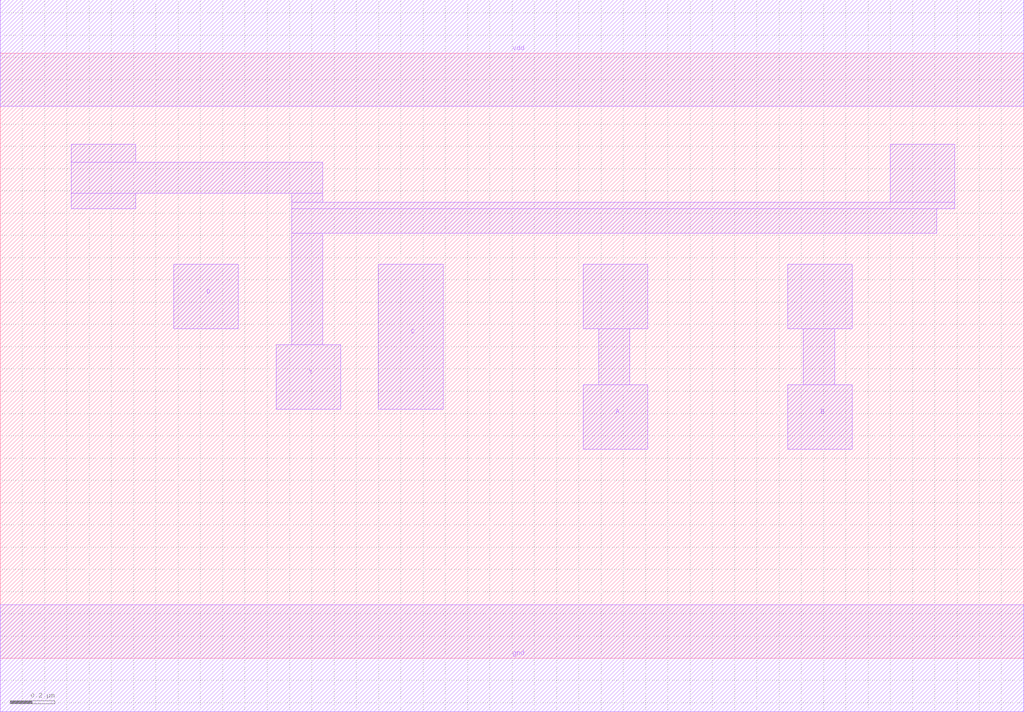
<source format=lef>
VERSION 5.7 ;
  NOWIREEXTENSIONATPIN ON ;
  DIVIDERCHAR "/" ;
  BUSBITCHARS "[]" ;
MACRO OAI22X1
  CLASS CORE ;
  FOREIGN OAI22X1 ;
  ORIGIN 0.000 0.000 ;
  SIZE 4.600 BY 2.720 ;
  SYMMETRY X Y R90 ;
  SITE unithd ;
  PIN vdd
    DIRECTION INOUT ;
    USE POWER ;
    SHAPE ABUTMENT ;
    PORT
      LAYER met1 ;
        RECT 0.000 2.480 4.600 2.960 ;
    END
  END vdd
  PIN gnd
    DIRECTION INOUT ;
    USE GROUND ;
    SHAPE ABUTMENT ;
    PORT
      LAYER met1 ;
        RECT 0.000 -0.240 4.600 0.240 ;
    END
  END gnd
  PIN Y
    DIRECTION INOUT ;
    USE SIGNAL ;
    SHAPE ABUTMENT ;
    PORT
      LAYER met1 ;
        RECT 0.320 2.230 0.610 2.310 ;
        RECT 0.320 2.090 1.450 2.230 ;
        RECT 0.320 2.020 0.610 2.090 ;
        RECT 1.310 2.050 1.450 2.090 ;
        RECT 4.000 2.050 4.290 2.310 ;
        RECT 1.310 2.020 4.290 2.050 ;
        RECT 1.310 1.910 4.210 2.020 ;
        RECT 1.310 1.410 1.450 1.910 ;
        RECT 1.240 1.120 1.530 1.410 ;
    END
  END Y
  PIN B
    DIRECTION INOUT ;
    USE SIGNAL ;
    SHAPE ABUTMENT ;
    PORT
      LAYER met1 ;
        RECT 3.540 1.480 3.830 1.770 ;
        RECT 3.610 1.230 3.750 1.480 ;
        RECT 3.540 0.940 3.830 1.230 ;
    END
  END B
  PIN C
    DIRECTION INOUT ;
    USE SIGNAL ;
    SHAPE ABUTMENT ;
    PORT
      LAYER met1 ;
        RECT 1.700 1.120 1.990 1.770 ;
    END
  END C
  PIN D
    DIRECTION INOUT ;
    USE SIGNAL ;
    SHAPE ABUTMENT ;
    PORT
      LAYER met1 ;
        RECT 0.780 1.480 1.070 1.770 ;
    END
  END D
  PIN A
    DIRECTION INOUT ;
    USE SIGNAL ;
    SHAPE ABUTMENT ;
    PORT
      LAYER met1 ;
        RECT 2.620 1.480 2.910 1.770 ;
        RECT 2.690 1.230 2.830 1.480 ;
        RECT 2.620 0.940 2.910 1.230 ;
    END
  END A
END OAI22X1
END LIBRARY


</source>
